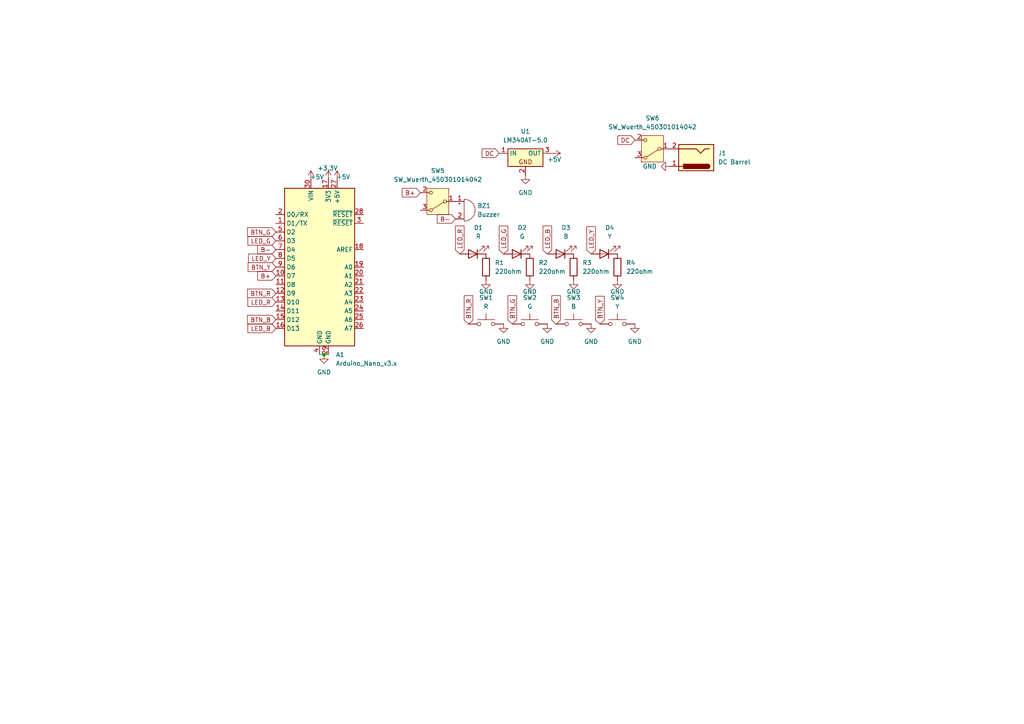
<source format=kicad_sch>
(kicad_sch (version 20250114) (generator "eeschema") (generator_version "9.0")
  (paper "A4")
  (lib_symbols
    (symbol "Connector:Jack-DC" (pin_names (offset 1.016))
      (property "Reference" "J" (at 0 5.334 0))
      (property "Value" "Jack-DC" (at 0 -5.08 0))
      (symbol "Jack-DC_0_1"
        (rectangle (start -5.08 3.81) (end 5.08 -3.81) (stroke (width 0.254)) (fill (type background)))
        (polyline (pts (xy -3.81 -2.54) (xy -2.54 -2.54) (xy -1.27 -1.27) (xy 0 -2.54) (xy 2.54 -2.54) (xy 5.08 -2.54)) (stroke (width 0.254)))
        (arc (start -3.302 1.905) (mid -3.9343 2.54) (end -3.302 3.175) (stroke (width 0.254)))
        (arc (start -3.302 1.905) (mid -3.9343 2.54) (end -3.302 3.175) (stroke (width 0.254)) (fill (type outline)))
        (rectangle (start 3.683 3.175) (end -3.302 1.905) (stroke (width 0.254)) (fill (type outline)))
        (polyline (pts (xy 5.08 2.54) (xy 3.81 2.54)) (stroke (width 0.254)))
      )
      (symbol "Jack-DC_1_1"
        (pin passive line (at 7.62 2.54 180) (length 2.54) (name "~") (number "1"))
        (pin passive line (at 7.62 -2.54 180) (length 2.54) (name "~") (number "2"))
      )
    )
    (symbol "Device:Buzzer" (pin_names (offset 0.0254) (hide yes))
      (property "Reference" "BZ" (at 3.81 1.27 0))
      (property "Value" "Buzzer" (at 3.81 -1.27 0))
      (symbol "Buzzer_0_1"
        (polyline (pts (xy -1.651 1.905) (xy -1.143 1.905)))
        (polyline (pts (xy -1.397 2.159) (xy -1.397 1.651)))
        (arc (start 0 3.175) (mid 3.1612 0) (end 0 -3.175))
        (polyline (pts (xy 0 3.175) (xy 0 -3.175)))
      )
      (symbol "Buzzer_1_1"
        (pin passive line (at -2.54 2.54 0) (length 2.54) (name "+") (number "1"))
        (pin passive line (at -2.54 -2.54 0) (length 2.54) (name "-") (number "2"))
      )
    )
    (symbol "Device:LED" (pin_numbers (hide yes)) (pin_names (offset 1.016) (hide yes))
      (property "Reference" "D" (at 0 2.54 0))
      (property "Value" "LED" (at 0 -2.54 0))
      (symbol "LED_0_1"
        (polyline (pts (xy -3.048 -0.762) (xy -4.572 -2.286) (xy -3.81 -2.286) (xy -4.572 -2.286) (xy -4.572 -1.524)))
        (polyline (pts (xy -1.778 -0.762) (xy -3.302 -2.286) (xy -2.54 -2.286) (xy -3.302 -2.286) (xy -3.302 -1.524)))
        (polyline (pts (xy -1.27 0) (xy 1.27 0)))
        (polyline (pts (xy -1.27 -1.27) (xy -1.27 1.27)) (stroke (width 0.254)))
        (polyline (pts (xy 1.27 -1.27) (xy 1.27 1.27) (xy -1.27 0) (xy 1.27 -1.27)) (stroke (width 0.254)))
      )
      (symbol "LED_1_1"
        (pin passive line (at -3.81 0 0) (length 2.54) (name "K") (number "1"))
        (pin passive line (at 3.81 0 180) (length 2.54) (name "A") (number "2"))
      )
    )
    (symbol "MCU_Module:Arduino_Nano_v3.x"
      (property "Reference" "A" (at -10.16 23.495 0))
      (property "Value" "Arduino_Nano_v3.x" (at 5.08 -24.13 0))
      (symbol "Arduino_Nano_v3.x_0_1"
        (rectangle (start -10.16 22.86) (end 10.16 -22.86) (stroke (width 0.254)) (fill (type background)))
      )
      (symbol "Arduino_Nano_v3.x_1_1"
        (pin bidirectional line (at -12.7 15.24 0) (length 2.54) (name "D0/RX") (number "2"))
        (pin bidirectional line (at -12.7 12.7 0) (length 2.54) (name "D1/TX") (number "1"))
        (pin bidirectional line (at -12.7 10.16 0) (length 2.54) (name "D2") (number "5"))
        (pin bidirectional line (at -12.7 7.62 0) (length 2.54) (name "D3") (number "6"))
        (pin bidirectional line (at -12.7 5.08 0) (length 2.54) (name "D4") (number "7"))
        (pin bidirectional line (at -12.7 2.54 0) (length 2.54) (name "D5") (number "8"))
        (pin bidirectional line (at -12.7 0 0) (length 2.54) (name "D6") (number "9"))
        (pin bidirectional line (at -12.7 -2.54 0) (length 2.54) (name "D7") (number "10"))
        (pin bidirectional line (at -12.7 -5.08 0) (length 2.54) (name "D8") (number "11"))
        (pin bidirectional line (at -12.7 -7.62 0) (length 2.54) (name "D9") (number "12"))
        (pin bidirectional line (at -12.7 -10.16 0) (length 2.54) (name "D10") (number "13"))
        (pin bidirectional line (at -12.7 -12.7 0) (length 2.54) (name "D11") (number "14"))
        (pin bidirectional line (at -12.7 -15.24 0) (length 2.54) (name "D12") (number "15"))
        (pin bidirectional line (at -12.7 -17.78 0) (length 2.54) (name "D13") (number "16"))
        (pin power_in line (at -2.54 25.4 270) (length 2.54) (name "VIN") (number "30"))
        (pin power_in line (at 0 -25.4 90) (length 2.54) (name "GND") (number "4"))
        (pin power_out line (at 2.54 25.4 270) (length 2.54) (name "3V3") (number "17"))
        (pin power_in line (at 2.54 -25.4 90) (length 2.54) (name "GND") (number "29"))
        (pin power_out line (at 5.08 25.4 270) (length 2.54) (name "+5V") (number "27"))
        (pin input line (at 12.7 15.24 180) (length 2.54) (name "~{RESET}") (number "28"))
        (pin input line (at 12.7 12.7 180) (length 2.54) (name "~{RESET}") (number "3"))
        (pin input line (at 12.7 5.08 180) (length 2.54) (name "AREF") (number "18"))
        (pin bidirectional line (at 12.7 0 180) (length 2.54) (name "A0") (number "19"))
        (pin bidirectional line (at 12.7 -2.54 180) (length 2.54) (name "A1") (number "20"))
        (pin bidirectional line (at 12.7 -5.08 180) (length 2.54) (name "A2") (number "21"))
        (pin bidirectional line (at 12.7 -7.62 180) (length 2.54) (name "A3") (number "22"))
        (pin bidirectional line (at 12.7 -10.16 180) (length 2.54) (name "A4") (number "23"))
        (pin bidirectional line (at 12.7 -12.7 180) (length 2.54) (name "A5") (number "24"))
        (pin bidirectional line (at 12.7 -15.24 180) (length 2.54) (name "A6") (number "25"))
        (pin bidirectional line (at 12.7 -17.78 180) (length 2.54) (name "A7") (number "26"))
      )
    )
    (symbol "PCM_Resistor_AKL:R_DIN0204_P7.62mm" (pin_numbers (hide yes)) (pin_names (offset 0))
      (property "Reference" "R" (at 2.54 1.27 0))
      (property "Value" "R_DIN0204_P7.62mm" (at 2.54 -1.27 0))
      (symbol "R_DIN0204_P7.62mm_0_1"
        (rectangle (start -1.016 2.54) (end 1.016 -2.54) (stroke (width 0.254)))
      )
      (symbol "R_DIN0204_P7.62mm_0_2"
        (polyline (pts (xy -2.54 -2.54) (xy -1.524 -1.524)))
        (polyline (pts (xy 1.524 1.524) (xy 2.54 2.54)))
        (polyline (pts (xy 1.524 1.524) (xy 0.889 2.159) (xy -2.159 -0.889) (xy -0.889 -2.159) (xy 2.159 0.889) (xy 1.524 1.524)) (stroke (width 0.254)))
      )
      (symbol "R_DIN0204_P7.62mm_1_1"
        (pin passive line (at 0 3.81 270) (length 1.27) (name "~") (number "1"))
        (pin passive line (at 0 -3.81 90) (length 1.27) (name "~") (number "2"))
      )
      (symbol "R_DIN0204_P7.62mm_1_2"
        (pin passive line (at -2.54 -2.54 0) (length 0) (name "") (number "2"))
        (pin passive line (at 2.54 2.54 180) (length 0) (name "") (number "1"))
      )
    )
    (symbol "PCM_Voltage_Regulator_AKL:LM340AT-5.0"
      (property "Reference" "U" (at 0 6.35 0))
      (property "Value" "LM340AT-5.0" (at 0 3.81 0))
      (symbol "LM340AT-5.0_0_0"
        (rectangle (start -5.08 1.27) (end 5.08 -3.81) (stroke (width 0.254)) (fill (type background)))
        (text "GND" (at 0 -2.54 0) (effects (font (size 1.27 1.27))))
      )
      (symbol "LM340AT-5.0_1_1"
        (pin power_in line (at -7.62 0 0) (length 2.54) (name "IN") (number "1"))
        (pin power_in line (at 0 -6.35 90) (length 2.54) (name "~") (number "2"))
        (pin power_out line (at 7.62 0 180) (length 2.54) (name "OUT") (number "3"))
      )
    )
    (symbol "Switch:SW_MEC_5G" (pin_numbers (hide yes)) (pin_names (offset 1.016) (hide yes))
      (property "Reference" "SW" (at 1.27 2.54 0))
      (property "Value" "SW_MEC_5G" (at 0 -1.524 0))
      (symbol "SW_MEC_5G_0_1"
        (circle (center -2.032 0) (radius 0.508))
        (polyline (pts (xy 0 1.27) (xy 0 3.048)))
        (circle (center 2.032 0) (radius 0.508))
        (polyline (pts (xy 2.54 1.27) (xy -2.54 1.27)))
        (pin passive line (at -5.08 0 0) (length 2.54) (name "A") (number "1"))
        (pin passive line (at 5.08 0 180) (length 2.54) (name "B") (number "3"))
      )
      (symbol "SW_MEC_5G_1_1"
        (pin passive line (at -5.08 0 0) (length 2.54) (hide yes) (name "A") (number "2"))
        (pin passive line (at 5.08 0 180) (length 2.54) (hide yes) (name "B") (number "4"))
      )
    )
    (symbol "Switch:SW_Wuerth_450301014042" (pin_names (offset 1) (hide yes))
      (property "Reference" "SW" (at 0 5.08 0))
      (property "Value" "SW_Wuerth_450301014042" (at 0 -5.08 0))
      (symbol "SW_Wuerth_450301014042_0_1"
        (circle (center -2.032 0) (radius 0.4572))
        (polyline (pts (xy -1.651 0.254) (xy 1.651 2.286)))
        (circle (center 2.032 2.54) (radius 0.4572))
        (circle (center 2.032 -2.54) (radius 0.4572))
      )
      (symbol "SW_Wuerth_450301014042_1_1"
        (rectangle (start -3.175 3.81) (end 3.175 -3.81) (fill (type background)))
        (pin passive line (at -5.08 0 0) (length 2.54) (name "B") (number "1"))
        (pin passive line (at 5.08 2.54 180) (length 2.54) (name "A") (number "3"))
        (pin passive line (at 5.08 -2.54 180) (length 2.54) (name "C") (number "2"))
      )
    )
    (symbol "power:+3.3V" (power) (pin_numbers (hide yes)) (pin_names (offset 0) (hide yes))
      (property "Value" "+3.3V" (at 0 3.556 0))
      (symbol "+3.3V_0_1"
        (polyline (pts (xy -0.762 1.27) (xy 0 2.54)))
        (polyline (pts (xy 0 2.54) (xy 0.762 1.27)))
        (polyline (pts (xy 0 0) (xy 0 2.54)))
      )
      (symbol "+3.3V_1_1"
        (pin power_in line (at 0 0 90) (length 0) (name "~") (number "1"))
      )
    )
    (symbol "power:+5V" (power) (pin_numbers (hide yes)) (pin_names (offset 0) (hide yes))
      (property "Value" "+5V" (at 0 3.556 0))
      (symbol "+5V_0_1"
        (polyline (pts (xy -0.762 1.27) (xy 0 2.54)))
        (polyline (pts (xy 0 2.54) (xy 0.762 1.27)))
        (polyline (pts (xy 0 0) (xy 0 2.54)))
      )
      (symbol "+5V_1_1"
        (pin power_in line (at 0 0 90) (length 0) (name "~") (number "1"))
      )
    )
    (symbol "power:GND" (power) (pin_numbers (hide yes)) (pin_names (offset 0) (hide yes))
      (property "Value" "GND" (at 0 -3.81 0))
      (symbol "GND_0_1"
        (polyline (pts (xy 0 0) (xy 0 -1.27) (xy 1.27 -1.27) (xy 0 -2.54) (xy -1.27 -1.27) (xy 0 -1.27)))
      )
      (symbol "GND_1_1"
        (pin power_in line (at 0 0 270) (length 0) (name "~") (number "1"))
      )
    )
  )
  (junction (at 93.98 102.87))
  (wire (pts (xy 93.98 102.87) (xy 92.71 102.87)))
  (wire (pts (xy 93.98 102.87) (xy 95.25 102.87)))
  (global_label "LED_Y" (shape input) (at 80.01 74.93 180) (property "Intersheetrefs" "${INTERSHEET_REFS}" (effects (hide yes))))
  (global_label "BTN_B" (shape input) (at 161.29 93.98 90) (property "Intersheetrefs" "${INTERSHEET_REFS}" (effects (hide yes))))
  (global_label "BTN_B" (shape input) (at 80.01 92.71 180) (property "Intersheetrefs" "${INTERSHEET_REFS}" (effects (hide yes))))
  (global_label "LED_G" (shape input) (at 80.01 69.85 180) (property "Intersheetrefs" "${INTERSHEET_REFS}" (effects (hide yes))))
  (global_label "B-" (shape input) (at 80.01 72.39 180) (property "Intersheetrefs" "${INTERSHEET_REFS}" (effects (hide yes))))
  (global_label "B+" (shape input) (at 80.01 80.01 180) (property "Intersheetrefs" "${INTERSHEET_REFS}" (effects (hide yes))))
  (global_label "DC" (shape input) (at 144.78 44.45 180) (property "Intersheetrefs" "${INTERSHEET_REFS}" (effects (hide yes))))
  (global_label "LED_B" (shape input) (at 80.01 95.25 180) (property "Intersheetrefs" "${INTERSHEET_REFS}" (effects (hide yes))))
  (global_label "BTN_G" (shape input) (at 80.01 67.31 180) (property "Intersheetrefs" "${INTERSHEET_REFS}" (effects (hide yes))))
  (global_label "LED_B" (shape input) (at 158.75 73.66 90) (property "Intersheetrefs" "${INTERSHEET_REFS}" (effects (hide yes))))
  (global_label "BTN_Y" (shape input) (at 80.01 77.47 180) (property "Intersheetrefs" "${INTERSHEET_REFS}" (effects (hide yes))))
  (global_label "B-" (shape input) (at 132.08 63.5 180) (property "Intersheetrefs" "${INTERSHEET_REFS}" (effects (hide yes))))
  (global_label "BTN_R" (shape input) (at 135.89 93.98 90) (property "Intersheetrefs" "${INTERSHEET_REFS}" (effects (hide yes))))
  (global_label "BTN_G" (shape input) (at 148.59 93.98 90) (property "Intersheetrefs" "${INTERSHEET_REFS}" (effects (hide yes))))
  (global_label "DC" (shape input) (at 184.15 40.64 180) (property "Intersheetrefs" "${INTERSHEET_REFS}" (effects (hide yes))))
  (global_label "LED_Y" (shape input) (at 171.45 73.66 90) (property "Intersheetrefs" "${INTERSHEET_REFS}" (effects (hide yes))))
  (global_label "LED_G" (shape input) (at 146.05 73.66 90) (property "Intersheetrefs" "${INTERSHEET_REFS}" (effects (hide yes))))
  (global_label "LED_R" (shape input) (at 133.35 73.66 90) (property "Intersheetrefs" "${INTERSHEET_REFS}" (effects (hide yes))))
  (global_label "LED_R" (shape input) (at 80.01 87.63 180) (property "Intersheetrefs" "${INTERSHEET_REFS}" (effects (hide yes))))
  (global_label "B+" (shape input) (at 121.92 55.88 180) (property "Intersheetrefs" "${INTERSHEET_REFS}" (effects (hide yes))))
  (global_label "BTN_Y" (shape input) (at 173.99 93.98 90) (property "Intersheetrefs" "${INTERSHEET_REFS}" (effects (hide yes))))
  (global_label "BTN_R" (shape input) (at 80.01 85.09 180) (property "Intersheetrefs" "${INTERSHEET_REFS}" (effects (hide yes))))
  (symbol (lib_id "PCM_Voltage_Regulator_AKL:LM340AT-5.0") (at 152.4 44.45 0) (unit 1)
    (property "Reference" "U1" (at 152.4 38.1 0))
    (property "Value" "LM340AT-5.0" (at 152.4 40.64 0))
    (property "Footprint" "PCM_Package_TO_SOT_THT_AKL:TO-220-3_Vertical" (effects (hide yes)))
    (property "Datasheet" "https://www.ti.com/lit/ds/symlink/lm340.pdf" (effects (hide yes)))
    (property "Description" "TO-220 5V 1.5A 3-terminal voltage regulator, Alternate KiCad Library" (effects (hide yes)))
  )
  (symbol (lib_id "power:GND") (at 194.31 48.26 270) (unit 1)
    (property "Reference" "#PWR015" (effects (hide yes)))
    (property "Value" "GND" (at 190.5 48.2599 90) (effects (justify right)))
    (property "Description" "Power symbol creates a global label with name \"GND\" , ground" (effects (hide yes)))
  )
  (symbol (lib_id "Device:LED") (at 175.26 73.66 180) (unit 1)
    (property "Reference" "D4" (at 176.8475 66.04 0))
    (property "Value" "Y" (at 176.8475 68.58 0))
    (property "Footprint" "LED_THT:LED_D3.0mm" (effects (hide yes)))
    (property "Description" "Light emitting diode" (effects (hide yes)))
    (property "Sim.Pins" "1=K 2=A" (effects (hide yes)))
  )
  (symbol (lib_id "power:+5V") (at 97.79 52.07 0) (unit 1)
    (property "Reference" "#PWR09" (effects (hide yes)))
    (property "Value" "+5V" (at 99.568 51.308 0))
    (property "Description" "Power symbol creates a global label with name \"+5V\"" (effects (hide yes)))
  )
  (symbol (lib_id "Switch:SW_MEC_5G") (at 153.67 93.98 0) (unit 1)
    (property "Reference" "SW2" (at 153.67 86.36 0))
    (property "Value" "G" (at 153.67 88.9 0))
    (property "Footprint" "button:SW_PUSH_6mm_RW" (effects (hide yes)))
    (property "Datasheet" "http://www.apem.com/int/index.php?controller=attachment&id_attachment=488" (effects (hide yes)))
    (property "Description" "MEC 5G single pole normally-open tactile switch" (effects (hide yes)))
  )
  (symbol (lib_id "power:GND") (at 179.07 81.28 0) (unit 1)
    (property "Reference" "#PWR04" (effects (hide yes)))
    (property "Value" "GND" (at 179.07 84.582 0))
    (property "Description" "Power symbol creates a global label with name \"GND\" , ground" (effects (hide yes)))
  )
  (symbol (lib_id "power:GND") (at 158.75 93.98 0) (unit 1)
    (property "Reference" "#PWR06" (effects (hide yes)))
    (property "Value" "GND" (at 158.75 99.06 0))
    (property "Description" "Power symbol creates a global label with name \"GND\" , ground" (effects (hide yes)))
  )
  (symbol (lib_id "Switch:SW_MEC_5G") (at 166.37 93.98 0) (unit 1)
    (property "Reference" "SW3" (at 166.37 86.36 0))
    (property "Value" "B" (at 166.37 88.9 0))
    (property "Footprint" "button:SW_PUSH_6mm_RW" (effects (hide yes)))
    (property "Datasheet" "http://www.apem.com/int/index.php?controller=attachment&id_attachment=488" (effects (hide yes)))
    (property "Description" "MEC 5G single pole normally-open tactile switch" (effects (hide yes)))
  )
  (symbol (lib_id "power:GND") (at 184.15 93.98 0) (unit 1)
    (property "Reference" "#PWR08" (effects (hide yes)))
    (property "Value" "GND" (at 184.15 99.06 0))
    (property "Description" "Power symbol creates a global label with name \"GND\" , ground" (effects (hide yes)))
  )
  (symbol (lib_id "power:+5V") (at 160.02 44.45 270) (unit 1)
    (property "Reference" "#PWR012" (effects (hide yes)))
    (property "Value" "+5V" (at 160.782 46.228 90))
    (property "Description" "Power symbol creates a global label with name \"+5V\"" (effects (hide yes)))
  )
  (symbol (lib_id "power:GND") (at 93.98 102.87 0) (unit 1)
    (property "Reference" "#PWR013" (effects (hide yes)))
    (property "Value" "GND" (at 93.98 107.95 0))
    (property "Description" "Power symbol creates a global label with name \"GND\" , ground" (effects (hide yes)))
  )
  (symbol (lib_id "Switch:SW_MEC_5G") (at 179.07 93.98 0) (unit 1)
    (property "Reference" "SW4" (at 179.07 86.36 0))
    (property "Value" "Y" (at 179.07 88.9 0))
    (property "Footprint" "button:SW_PUSH_6mm_RW" (effects (hide yes)))
    (property "Datasheet" "http://www.apem.com/int/index.php?controller=attachment&id_attachment=488" (effects (hide yes)))
    (property "Description" "MEC 5G single pole normally-open tactile switch" (effects (hide yes)))
  )
  (symbol (lib_id "power:GND") (at 140.97 81.28 0) (unit 1)
    (property "Reference" "#PWR01" (effects (hide yes)))
    (property "Value" "GND" (at 140.97 84.582 0))
    (property "Description" "Power symbol creates a global label with name \"GND\" , ground" (effects (hide yes)))
  )
  (symbol (lib_id "PCM_Resistor_AKL:R_DIN0204_P7.62mm") (at 140.97 77.47 0) (unit 1)
    (property "Reference" "R1" (at 143.51 76.1999 0) (effects (justify left)))
    (property "Value" "220ohm" (at 143.51 78.7399 0) (effects (justify left)))
    (property "Footprint" "PCM_Resistor_THT_AKL:R_Axial_DIN0204_L3.6mm_D1.6mm_P7.62mm_Horizontal" (effects (hide yes)))
    (property "Description" "THT 0204 Resistor, 7.62mm Pin Pitch, European Symbol, Alternate KiCad Library" (effects (hide yes)))
  )
  (symbol (lib_id "Device:LED") (at 137.16 73.66 180) (unit 1)
    (property "Reference" "D1" (at 138.7475 66.04 0))
    (property "Value" "R" (at 138.7475 68.58 0))
    (property "Footprint" "LED_THT:LED_D3.0mm" (effects (hide yes)))
    (property "Description" "Light emitting diode" (effects (hide yes)))
    (property "Sim.Pins" "1=K 2=A" (effects (hide yes)))
  )
  (symbol (lib_id "Connector:Jack-DC") (at 201.93 45.72 180) (unit 1)
    (property "Reference" "J1" (at 208.28 44.4499 0) (effects (justify right)))
    (property "Value" "DC Barrel" (at 208.28 46.9899 0) (effects (justify right)))
    (property "Footprint" "Connector_BarrelJack:BarrelJack_CUI_PJ-063AH_Horizontal" (effects (hide yes)))
    (property "Description" "DC Barrel Jack" (effects (hide yes)))
  )
  (symbol (lib_id "Switch:SW_Wuerth_450301014042") (at 189.23 43.18 180) (unit 1)
    (property "Reference" "SW6" (at 189.23 34.29 0))
    (property "Value" "SW_Wuerth_450301014042" (at 189.23 36.83 0))
    (property "Footprint" "Button_Switch_THT:SW_Slide-03_Wuerth-WS-SLTV_10x2.5x6.4_P2.54mm" (effects (hide yes)))
    (property "Datasheet" "https://www.we-online.com/components/products/datasheet/450301014042.pdf" (effects (hide yes)))
    (property "Description" "Switch slide, single pole double throw" (effects (hide yes)))
  )
  (symbol (lib_id "power:GND") (at 166.37 81.28 0) (unit 1)
    (property "Reference" "#PWR03" (effects (hide yes)))
    (property "Value" "GND" (at 166.37 84.582 0))
    (property "Description" "Power symbol creates a global label with name \"GND\" , ground" (effects (hide yes)))
  )
  (symbol (lib_id "power:GND") (at 153.67 81.28 0) (unit 1)
    (property "Reference" "#PWR02" (effects (hide yes)))
    (property "Value" "GND" (at 153.67 84.582 0))
    (property "Description" "Power symbol creates a global label with name \"GND\" , ground" (effects (hide yes)))
  )
  (symbol (lib_id "power:GND") (at 146.05 93.98 0) (unit 1)
    (property "Reference" "#PWR05" (effects (hide yes)))
    (property "Value" "GND" (at 146.05 99.06 0))
    (property "Description" "Power symbol creates a global label with name \"GND\" , ground" (effects (hide yes)))
  )
  (symbol (lib_id "Switch:SW_MEC_5G") (at 140.97 93.98 0) (unit 1)
    (property "Reference" "SW1" (at 140.97 86.36 0))
    (property "Value" "R" (at 140.97 88.9 0))
    (property "Footprint" "button:SW_PUSH_6mm_RW" (effects (hide yes)))
    (property "Datasheet" "http://www.apem.com/int/index.php?controller=attachment&id_attachment=488" (effects (hide yes)))
    (property "Description" "MEC 5G single pole normally-open tactile switch" (effects (hide yes)))
  )
  (symbol (lib_id "power:+5V") (at 90.17 52.07 0) (unit 1)
    (property "Reference" "#PWR010" (effects (hide yes)))
    (property "Value" "+5V" (at 91.948 51.308 0))
    (property "Description" "Power symbol creates a global label with name \"+5V\"" (effects (hide yes)))
  )
  (symbol (lib_id "Switch:SW_Wuerth_450301014042") (at 127 58.42 180) (unit 1)
    (property "Reference" "SW5" (at 127 49.53 0))
    (property "Value" "SW_Wuerth_450301014042" (at 127 52.07 0))
    (property "Footprint" "Button_Switch_THT:SW_Slide-03_Wuerth-WS-SLTV_10x2.5x6.4_P2.54mm" (effects (hide yes)))
    (property "Datasheet" "https://www.we-online.com/components/products/datasheet/450301014042.pdf" (effects (hide yes)))
    (property "Description" "Switch slide, single pole double throw" (effects (hide yes)))
  )
  (symbol (lib_id "power:GND") (at 152.4 50.8 0) (unit 1)
    (property "Reference" "#PWR014" (effects (hide yes)))
    (property "Value" "GND" (at 152.4 55.88 0))
    (property "Description" "Power symbol creates a global label with name \"GND\" , ground" (effects (hide yes)))
  )
  (symbol (lib_id "PCM_Resistor_AKL:R_DIN0204_P7.62mm") (at 153.67 77.47 0) (unit 1)
    (property "Reference" "R2" (at 156.21 76.1999 0) (effects (justify left)))
    (property "Value" "220ohm" (at 156.21 78.7399 0) (effects (justify left)))
    (property "Footprint" "PCM_Resistor_THT_AKL:R_Axial_DIN0204_L3.6mm_D1.6mm_P7.62mm_Horizontal" (effects (hide yes)))
    (property "Description" "THT 0204 Resistor, 7.62mm Pin Pitch, European Symbol, Alternate KiCad Library" (effects (hide yes)))
  )
  (symbol (lib_id "PCM_Resistor_AKL:R_DIN0204_P7.62mm") (at 166.37 77.47 0) (unit 1)
    (property "Reference" "R3" (at 168.91 76.1999 0) (effects (justify left)))
    (property "Value" "220ohm" (at 168.91 78.7399 0) (effects (justify left)))
    (property "Footprint" "PCM_Resistor_THT_AKL:R_Axial_DIN0204_L3.6mm_D1.6mm_P7.62mm_Horizontal" (effects (hide yes)))
    (property "Description" "THT 0204 Resistor, 7.62mm Pin Pitch, European Symbol, Alternate KiCad Library" (effects (hide yes)))
  )
  (symbol (lib_id "power:GND") (at 171.45 93.98 0) (unit 1)
    (property "Reference" "#PWR07" (effects (hide yes)))
    (property "Value" "GND" (at 171.45 99.06 0))
    (property "Description" "Power symbol creates a global label with name \"GND\" , ground" (effects (hide yes)))
  )
  (symbol (lib_id "Device:LED") (at 149.86 73.66 180) (unit 1)
    (property "Reference" "D2" (at 151.4475 66.04 0))
    (property "Value" "G" (at 151.4475 68.58 0))
    (property "Footprint" "LED_THT:LED_D3.0mm" (effects (hide yes)))
    (property "Description" "Light emitting diode" (effects (hide yes)))
    (property "Sim.Pins" "1=K 2=A" (effects (hide yes)))
  )
  (symbol (lib_id "power:+3.3V") (at 95.25 52.07 0) (unit 1)
    (property "Reference" "#PWR011" (effects (hide yes)))
    (property "Value" "+3.3V" (at 94.996 48.768 0))
    (property "Description" "Power symbol creates a global label with name \"+3.3V\"" (effects (hide yes)))
  )
  (symbol (lib_id "Device:LED") (at 162.56 73.66 180) (unit 1)
    (property "Reference" "D3" (at 164.1475 66.04 0))
    (property "Value" "B" (at 164.1475 68.58 0))
    (property "Footprint" "LED_THT:LED_D3.0mm" (effects (hide yes)))
    (property "Description" "Light emitting diode" (effects (hide yes)))
    (property "Sim.Pins" "1=K 2=A" (effects (hide yes)))
  )
  (symbol (lib_id "Device:Buzzer") (at 134.62 60.96 0) (unit 1)
    (property "Reference" "BZ1" (at 138.43 59.6899 0) (effects (justify left)))
    (property "Value" "Buzzer" (at 138.43 62.2299 0) (effects (justify left)))
    (property "Footprint" "Buzzer_Beeper:Buzzer_12x9.5RM7.6" (effects (hide yes)))
    (property "Description" "Buzzer, polarized" (effects (hide yes)))
  )
  (symbol (lib_id "MCU_Module:Arduino_Nano_v3.x") (at 92.71 77.47 0) (unit 1)
    (property "Reference" "A1" (at 97.3933 102.87 0) (effects (justify left)))
    (property "Value" "Arduino_Nano_v3.x" (at 97.3933 105.41 0) (effects (justify left)))
    (property "Footprint" "Module:Arduino_Nano" (effects (hide yes)))
    (property "Datasheet" "http://www.mouser.com/pdfdocs/Gravitech_Arduino_Nano3_0.pdf" (effects (hide yes)))
    (property "Description" "Arduino Nano v3.x" (effects (hide yes)))
  )
  (symbol (lib_id "PCM_Resistor_AKL:R_DIN0204_P7.62mm") (at 179.07 77.47 0) (unit 1)
    (property "Reference" "R4" (at 181.61 76.1999 0) (effects (justify left)))
    (property "Value" "220ohm" (at 181.61 78.7399 0) (effects (justify left)))
    (property "Footprint" "PCM_Resistor_THT_AKL:R_Axial_DIN0204_L3.6mm_D1.6mm_P7.62mm_Horizontal" (effects (hide yes)))
    (property "Description" "THT 0204 Resistor, 7.62mm Pin Pitch, European Symbol, Alternate KiCad Library" (effects (hide yes)))
  )
)
</source>
